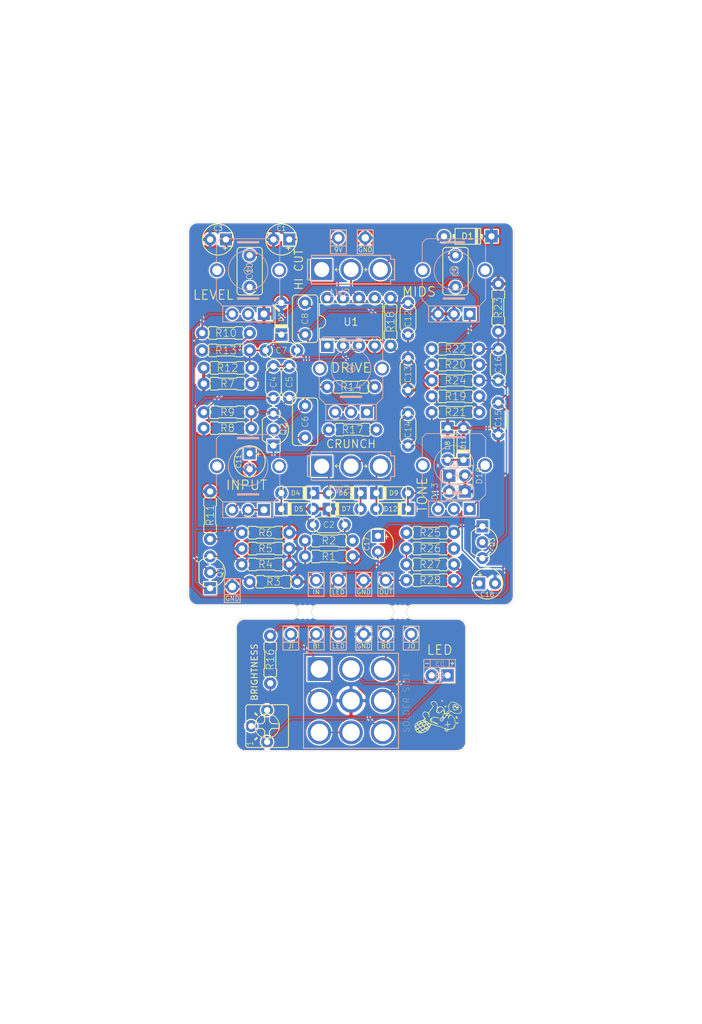
<source format=kicad_pcb>
(kicad_pcb (version 20171130) (host pcbnew "(5.1.6-0-10_14)")
  (layers (0 F.Cu signal) (31 B.Cu signal) (34 B.Paste user) (35 F.Paste user) (36 B.SilkS user) (37 F.SilkS user) (38 B.Mask user) (39 F.Mask user) (44 Edge.Cuts user))
  (net 0 "")
  (net 1 GND)
  (net 2 VCC)
  (net 3 "Net-(C2-Pad2)")
  (net 4 "Net-(C2-Pad1)")
  (net 5 VR)
  (net 6 "Net-(C4-Pad2)")
  (net 7 "Net-(C4-Pad1)")
  (net 8 "Net-(C5-Pad1)")
  (net 9 "Net-(C6-Pad1)")
  (net 10 "Net-(C7-Pad1)")
  (net 11 "Net-(C8-Pad2)")
  (net 12 "Net-(C10-Pad1)")
  (net 13 "Net-(C9-Pad2)")
  (net 14 "Net-(C10-Pad2)")
  (net 15 "Net-(C11-Pad1)")
  (net 16 "Net-(C12-Pad2)")
  (net 17 "Net-(C12-Pad1)")
  (net 18 "Net-(C14-Pad1)")
  (net 19 "Net-(C15-Pad2)")
  (net 20 "Net-(C16-Pad2)")
  (net 21 "Net-(C16-Pad1)")
  (net 22 "Net-(C17-Pad2)")
  (net 23 "Net-(C17-Pad1)")
  (net 24 "Net-(C18-Pad1)")
  (net 25 "Net-(D3-Pad2)")
  (net 26 "Net-(D3-Pad1)")
  (net 27 "Net-(D4-Pad1)")
  (net 28 "Net-(D4-Pad2)")
  (net 29 "Net-(D6-Pad1)")
  (net 30 "Net-(D11-Pad1)")
  (net 31 "Net-(D12-Pad2)")
  (net 32 "Net-(D10-Pad1)")
  (net 33 "Net-(H1-Pad1)")
  (net 34 "Net-(H6-Pad1)")
  (net 35 GND2)
  (net 36 "Net-(H8-Pad1)")
  (net 37 "Net-(H9-Pad1)")
  (net 38 "Net-(H10-Pad1)")
  (net 39 "Net-(H11-Pad1)")
  (net 40 "Net-(Q2-Pad1)")
  (net 41 "Net-(Q3-Pad2)")
  (net 42 "Net-(R11-Pad1)")
  (net 43 "Net-(R13-Pad1)")
  (net 44 "Net-(R14-Pad1)")
  (net 45 "Net-(R15-Pad3)")
  (net 46 "Net-(R17-Pad1)")
  (net 47 "Net-(R21-Pad2)")
  (net 48 "Net-(R22-Pad2)")
  (net 49 "Net-(RV3-Pad2)")
  (net 50 "Net-(S1-PadP$3)")
  (net 51 "Net-(U1-Pad8)")
  (net 52 "Net-(U1-Pad5)")
  (net 53 "Net-(U1-Pad1)")
  (module diodes:DO41-3 (layer F.Cu) (at 99.7585 64.262 180)
    (fp_text reference D1 (at 0.0508 0) (layer F.SilkS))
    (fp_text value 1N4007 hide)
    (pad 1 thru_hole rect (at -3.81 0 180) (size 2 2) (drill 1) (layers *.Cu *.Mask) (net 1 GND))
    (pad 2 thru_hole oval (at 3.81 0 180) (size 2 2) (drill 1) (layers *.Cu *.Mask) (net 2 VCC))
  )
  (module Panelization:mouse-bite-2mm-slot (layer F.Cu) (at 73.66 124.46)
    (fp_text reference mouse-bite-2mm-slot hide)
    (fp_text value VAL** hide)
    (pad "" np_thru_hole circle (at 0.75 0.75) (size 0.5 0.5) (drill 0.5) (layers *.Cu *.Mask))
    (pad "" np_thru_hole circle (at -0.75 0.75) (size 0.5 0.5) (drill 0.5) (layers *.Cu *.Mask))
    (pad "" np_thru_hole circle (at -0.75 -0.75) (size 0.5 0.5) (drill 0.5) (layers *.Cu *.Mask))
    (pad "" np_thru_hole circle (at 0.75 -0.75) (size 0.5 0.5) (drill 0.5) (layers *.Cu *.Mask))
    (pad "" np_thru_hole circle (at 0 0.75) (size 0.5 0.5) (drill 0.5) (layers *.Cu *.Mask))
    (pad "" np_thru_hole circle (at 0 -0.75) (size 0.5 0.5) (drill 0.5) (layers *.Cu *.Mask))
  )
  (module Panelization:mouse-bite-2mm-slot (layer F.Cu) (at 88.9 124.46)
    (fp_text reference mouse-bite-2mm-slot hide)
    (fp_text value VAL** hide)
    (pad "" np_thru_hole circle (at 0.75 0.75) (size 0.5 0.5) (drill 0.5) (layers *.Cu *.Mask))
    (pad "" np_thru_hole circle (at -0.75 0.75) (size 0.5 0.5) (drill 0.5) (layers *.Cu *.Mask))
    (pad "" np_thru_hole circle (at -0.75 -0.75) (size 0.5 0.5) (drill 0.5) (layers *.Cu *.Mask))
    (pad "" np_thru_hole circle (at 0.75 -0.75) (size 0.5 0.5) (drill 0.5) (layers *.Cu *.Mask))
    (pad "" np_thru_hole circle (at 0 0.75) (size 0.5 0.5) (drill 0.5) (layers *.Cu *.Mask))
    (pad "" np_thru_hole circle (at 0 -0.75) (size 0.5 0.5) (drill 0.5) (layers *.Cu *.Mask))
  )
  (module diodes:3MM_IO (layer F.Cu) (at 95.25 134.62 180)
    (fp_text reference D3 (at 0.762 2.286 180) (layer B.SilkS) (effects (font (size 0.77216 0.77216) (thickness 0.065024)) (justify right top mirror)))
    (fp_text value LED (at 0 4.064 180) (layer F.SilkS) (effects (font (size 1.524 1.524))))
    (pad 1 thru_hole oval (at 1.27 0 180) (size 2 2) (drill 1) (layers *.Cu *.Mask) (net 26 "Net-(D3-Pad1)"))
    (pad 2 thru_hole rect (at -1.27 0 180) (size 2 2) (drill 1) (layers *.Cu *.Mask) (net 25 "Net-(D3-Pad2)"))
  )
  (module logo:beaver (layer F.Cu) (at 94.996 141.224)
    (fp_text reference G*** hide)
    (fp_text value LOGO hide)
  )
  (module potentiometers:9MM_METAL_SHAFT (layer F.Cu) (at 64.516 108.092)
    (fp_text reference RV1 hide)
    (fp_text value INPUT (at -0.254 -3.952) (layer F.SilkS) (effects (font (size 1.524 1.524))))
    (pad "" thru_hole oval (at 5 -7) (size 2.25 2.25) (drill 1.5) (layers *.Cu *.Mask))
    (pad "" thru_hole oval (at -5 -7) (size 2.25 2.25) (drill 1.5) (layers *.Cu *.Mask))
    (pad 3 thru_hole oval (at -2.54 0) (size 1.9304 1.9304) (drill 1.1) (layers *.Cu *.Mask) (net 40 "Net-(Q2-Pad1)"))
    (pad 2 thru_hole oval (at 0 0) (size 1.9304 1.9304) (drill 1.1) (layers *.Cu *.Mask) (net 42 "Net-(R11-Pad1)"))
    (pad 1 thru_hole rect (at 2.54 0) (size 1.9304 1.9304) (drill 1.1) (layers *.Cu *.Mask) (net 42 "Net-(R11-Pad1)"))
  )
  (module potentiometers:9MM_METAL_SHAFT (layer F.Cu) (at 97.536 107.95)
    (fp_text reference RV3 hide)
    (fp_text value TONE (at -5.08 -2.286 90) (layer F.SilkS) (effects (font (size 1.524 1.524))))
    (pad "" thru_hole oval (at 5 -7) (size 2.25 2.25) (drill 1.5) (layers *.Cu *.Mask))
    (pad "" thru_hole oval (at -5 -7) (size 2.25 2.25) (drill 1.5) (layers *.Cu *.Mask))
    (pad 3 thru_hole oval (at -2.54 0) (size 1.9304 1.9304) (drill 1.1) (layers *.Cu *.Mask) (net 18 "Net-(C14-Pad1)"))
    (pad 2 thru_hole oval (at 0 0) (size 1.9304 1.9304) (drill 1.1) (layers *.Cu *.Mask) (net 49 "Net-(RV3-Pad2)"))
    (pad 1 thru_hole rect (at 2.54 0) (size 1.9304 1.9304) (drill 1.1) (layers *.Cu *.Mask) (net 19 "Net-(C15-Pad2)"))
  )
  (module enclosures:1590B (layer F.Cu) (at 81.026 108.458)
    (fp_text reference "" (at 0 0) (layer F.SilkS) (effects (font (size 1.524 1.524))))
    (fp_text value "" (at 0 0) (layer F.SilkS) (effects (font (size 1.524 1.524))))
  )
  (module integrated_circuits:DIP08 (layer F.Cu) (at 81.026 77.978)
    (fp_text reference U1 (at 0 0) (layer F.SilkS) (effects (font (size 1.2065 1.2065) (thickness 0.1524))))
    (fp_text value OPA604 hide)
    (pad 8 thru_hole oval (at -3.81 -3.81 90) (size 2 2) (drill 1) (layers *.Cu *.Mask) (net 51 "Net-(U1-Pad8)"))
    (pad 7 thru_hole oval (at -1.27 -3.81 90) (size 2 2) (drill 1) (layers *.Cu *.Mask) (net 2 VCC))
    (pad 6 thru_hole oval (at 1.27 -3.81 90) (size 2 2) (drill 1) (layers *.Cu *.Mask) (net 11 "Net-(C8-Pad2)"))
    (pad 5 thru_hole oval (at 3.81 -3.81 90) (size 2 2) (drill 1) (layers *.Cu *.Mask) (net 52 "Net-(U1-Pad5)"))
    (pad 4 thru_hole oval (at 3.81 3.81 90) (size 2 2) (drill 1) (layers *.Cu *.Mask) (net 1 GND))
    (pad 3 thru_hole oval (at 1.27 3.81 90) (size 2 2) (drill 1) (layers *.Cu *.Mask) (net 43 "Net-(R13-Pad1)"))
    (pad 2 thru_hole oval (at -1.27 3.81 90) (size 2 2) (drill 1) (layers *.Cu *.Mask) (net 44 "Net-(R14-Pad1)"))
    (pad 1 thru_hole rect (at -3.81 3.81 90) (size 2 2) (drill 1) (layers *.Cu *.Mask) (net 53 "Net-(U1-Pad1)"))
  )
  (module switches:SPDT.LUGS (layer F.Cu) (at 81.026 101.092 90)
    (fp_text reference SW2 (at -3.048 0 180) (layer B.SilkS) (effects (font (size 1.2065 1.2065) (thickness 0.127)) (justify left top mirror)))
    (fp_text value CRUNCH (at 3.556 0 180) (layer F.SilkS) (effects (font (size 1.3 1.3))))
    (pad 3 thru_hole oval (at 0 4.699 90) (size 3.416 3.416) (drill 2.4) (layers *.Cu *.Mask) (net 31 "Net-(D12-Pad2)"))
    (pad 2 thru_hole oval (at 0 0 90) (size 3.416 3.416) (drill 2.4) (layers *.Cu *.Mask) (net 17 "Net-(C12-Pad1)"))
    (pad 1 thru_hole rect (at 0 -4.699 90) (size 3.416 3.416) (drill 2.4) (layers *.Cu *.Mask) (net 27 "Net-(D4-Pad1)"))
  )
  (module switches:SPDT.LUGS (layer F.Cu) (at 81.026 69.596 90)
    (fp_text reference SW1 (at -3.048 0 180) (layer B.SilkS) (effects (font (size 1.2065 1.2065) (thickness 0.127)) (justify left top mirror)))
    (fp_text value "HI CUT" (at 0 -8.382 90) (layer F.SilkS) (effects (font (size 1.3 1.3))))
    (pad 3 thru_hole oval (at 0 4.699 90) (size 3.416 3.416) (drill 2.4) (layers *.Cu *.Mask) (net 13 "Net-(C9-Pad2)"))
    (pad 2 thru_hole oval (at 0 0 90) (size 3.416 3.416) (drill 2.4) (layers *.Cu *.Mask) (net 11 "Net-(C8-Pad2)"))
    (pad 1 thru_hole rect (at 0 -4.699 90) (size 3.416 3.416) (drill 2.4) (layers *.Cu *.Mask) (net 14 "Net-(C10-Pad2)"))
  )
  (module SparkFun-Electromechanical:3PDT.LUGS.SPF (layer F.Cu) (at 81.026 138.684)
    (fp_text reference S1 hide)
    (fp_text value SWITCH-3PDT hide)
    (fp_text user "SOLDER SIDE" (at 8.89 0.254 270) (layer F.SilkS) (effects (font (thickness 0.032512))))
    (pad P$1 thru_hole rect (at -5.08 -5.08 180) (size 3.816 3.816) (drill 2.8) (layers *.Cu *.Mask) (net 37 "Net-(H9-Pad1)"))
    (pad P$2 thru_hole oval (at -5.08 0 180) (size 3.816 3.816) (drill 2.8) (layers *.Cu *.Mask) (net 34 "Net-(H6-Pad1)"))
    (pad P$3 thru_hole oval (at -5.08 5.08 180) (size 3.816 3.816) (drill 2.8) (layers *.Cu *.Mask) (net 50 "Net-(S1-PadP$3)"))
    (pad P$4 thru_hole oval (at 0 -5.08 180) (size 3.816 3.816) (drill 2.8) (layers *.Cu *.Mask) (net 26 "Net-(D3-Pad1)"))
    (pad P$5 thru_hole oval (at 0 0 180) (size 3.816 3.816) (drill 2.8) (layers *.Cu *.Mask) (net 35 GND2))
    (pad P$6 thru_hole oval (at 0 5.08 180) (size 3.816 3.816) (drill 2.8) (layers *.Cu *.Mask) (net 50 "Net-(S1-PadP$3)"))
    (pad P$7 thru_hole oval (at 5.08 -5.08 180) (size 3.816 3.816) (drill 2.8) (layers *.Cu *.Mask) (net 38 "Net-(H10-Pad1)"))
    (pad P$8 thru_hole oval (at 5.08 0 180) (size 3.816 3.816) (drill 2.8) (layers *.Cu *.Mask) (net 36 "Net-(H8-Pad1)"))
    (pad P$9 thru_hole oval (at 5.08 5.08 180) (size 3.816 3.816) (drill 2.8) (layers *.Cu *.Mask) (net 37 "Net-(H9-Pad1)"))
  )
  (module potentiometers:9MM_METAL_SHAFT (layer F.Cu) (at 64.516 76.708)
    (fp_text reference RV5 hide)
    (fp_text value LEVEL (at -5.588 -3.048) (layer F.SilkS) (effects (font (size 1.524 1.524))))
    (pad "" thru_hole oval (at 5 -7) (size 2.25 2.25) (drill 1.5) (layers *.Cu *.Mask))
    (pad "" thru_hole oval (at -5 -7) (size 2.25 2.25) (drill 1.5) (layers *.Cu *.Mask))
    (pad 3 thru_hole oval (at -2.54 0) (size 1.9304 1.9304) (drill 1.1) (layers *.Cu *.Mask) (net 49 "Net-(RV3-Pad2)"))
    (pad 2 thru_hole oval (at 0 0) (size 1.9304 1.9304) (drill 1.1) (layers *.Cu *.Mask) (net 48 "Net-(R22-Pad2)"))
    (pad 1 thru_hole rect (at 2.54 0) (size 1.9304 1.9304) (drill 1.1) (layers *.Cu *.Mask) (net 5 VR))
  )
  (module potentiometers:9MM_METAL_SHAFT (layer F.Cu) (at 97.536 76.708)
    (fp_text reference RV4 hide)
    (fp_text value MIDS (at -5.588 -3.556) (layer F.SilkS) (effects (font (size 1.524 1.524))))
    (pad "" thru_hole oval (at 5 -7) (size 2.25 2.25) (drill 1.5) (layers *.Cu *.Mask))
    (pad "" thru_hole oval (at -5 -7) (size 2.25 2.25) (drill 1.5) (layers *.Cu *.Mask))
    (pad 3 thru_hole oval (at -2.54 0) (size 1.9304 1.9304) (drill 1.1) (layers *.Cu *.Mask) (net 5 VR))
    (pad 2 thru_hole oval (at 0 0) (size 1.9304 1.9304) (drill 1.1) (layers *.Cu *.Mask) (net 5 VR))
    (pad 1 thru_hole rect (at 2.54 0) (size 1.9304 1.9304) (drill 1.1) (layers *.Cu *.Mask) (net 47 "Net-(R21-Pad2)"))
  )
  (module potentiometers:9MM_METAL_SHAFT (layer F.Cu) (at 81.026 92.456)
    (fp_text reference RV2 hide)
    (fp_text value DRIVE (at 0 -7.112) (layer F.SilkS) (effects (font (size 1.524 1.524))))
    (pad "" thru_hole oval (at 5 -7) (size 2.25 2.25) (drill 1.5) (layers *.Cu *.Mask))
    (pad "" thru_hole oval (at -5 -7) (size 2.25 2.25) (drill 1.5) (layers *.Cu *.Mask))
    (pad 3 thru_hole oval (at -2.54 0) (size 1.9304 1.9304) (drill 1.1) (layers *.Cu *.Mask) (net 46 "Net-(R17-Pad1)"))
    (pad 2 thru_hole oval (at 0 0) (size 1.9304 1.9304) (drill 1.1) (layers *.Cu *.Mask) (net 12 "Net-(C10-Pad1)"))
    (pad 1 thru_hole rect (at 2.54 0) (size 1.9304 1.9304) (drill 1.1) (layers *.Cu *.Mask) (net 11 "Net-(C8-Pad2)"))
  )
  (module resistors:0.3%22.B (layer F.Cu) (at 93.726 119.38)
    (fp_text reference R28 (at 0 0) (layer F.SilkS) (effects (font (size 1.2065 1.2065) (thickness 0.1016))))
    (fp_text value 100k hide)
    (pad 2 thru_hole oval (at 3.81 0) (size 2 2) (drill 1) (layers *.Cu *.Mask) (net 1 GND))
    (pad 1 thru_hole oval (at -3.81 0) (size 2 2) (drill 1) (layers *.Cu *.Mask) (net 22 "Net-(C17-Pad2)"))
  )
  (module resistors:0.3%22.B (layer F.Cu) (at 93.726 116.84)
    (fp_text reference R27 (at 0 0) (layer F.SilkS) (effects (font (size 1.2065 1.2065) (thickness 0.1016))))
    (fp_text value 12k hide)
    (pad 2 thru_hole oval (at 3.81 0) (size 2 2) (drill 1) (layers *.Cu *.Mask) (net 24 "Net-(C18-Pad1)"))
    (pad 1 thru_hole oval (at -3.81 0) (size 2 2) (drill 1) (layers *.Cu *.Mask) (net 41 "Net-(Q3-Pad2)"))
  )
  (module resistors:0.3%22.B (layer F.Cu) (at 93.726 114.3)
    (fp_text reference R26 (at 0 0) (layer F.SilkS) (effects (font (size 1.2065 1.2065) (thickness 0.1016))))
    (fp_text value 12k hide)
    (pad 2 thru_hole oval (at 3.81 0) (size 2 2) (drill 1) (layers *.Cu *.Mask) (net 1 GND))
    (pad 1 thru_hole oval (at -3.81 0) (size 2 2) (drill 1) (layers *.Cu *.Mask) (net 41 "Net-(Q3-Pad2)"))
  )
  (module resistors:0.3%22.B (layer F.Cu) (at 93.726 111.76)
    (fp_text reference R25 (at 0 0) (layer F.SilkS) (effects (font (size 1.2065 1.2065) (thickness 0.1016))))
    (fp_text value 10k hide)
    (pad 2 thru_hole oval (at 3.81 0) (size 2 2) (drill 1) (layers *.Cu *.Mask) (net 23 "Net-(C17-Pad1)"))
    (pad 1 thru_hole oval (at -3.81 0) (size 2 2) (drill 1) (layers *.Cu *.Mask) (net 2 VCC))
  )
  (module resistors:0.3%22.B (layer F.Cu) (at 97.79 87.376 180)
    (fp_text reference R24 (at 0 0) (layer F.SilkS) (effects (font (size 1.2065 1.2065) (thickness 0.1016))))
    (fp_text value 1M hide)
    (pad 2 thru_hole oval (at 3.81 0 180) (size 2 2) (drill 1) (layers *.Cu *.Mask) (net 1 GND))
    (pad 1 thru_hole oval (at -3.81 0 180) (size 2 2) (drill 1) (layers *.Cu *.Mask) (net 21 "Net-(C16-Pad1)"))
  )
  (module resistors:0.3%22.B (layer F.Cu) (at 104.648 75.692 90)
    (fp_text reference R23 (at 0 0 90) (layer F.SilkS) (effects (font (size 1.2065 1.2065) (thickness 0.1016))))
    (fp_text value 1M hide)
    (pad 2 thru_hole oval (at 3.81 0 90) (size 2 2) (drill 1) (layers *.Cu *.Mask) (net 5 VR))
    (pad 1 thru_hole oval (at -3.81 0 90) (size 2 2) (drill 1) (layers *.Cu *.Mask) (net 20 "Net-(C16-Pad2)"))
  )
  (module resistors:0.3%22.B (layer F.Cu) (at 97.79 82.296 180)
    (fp_text reference R22 (at 0 0) (layer F.SilkS) (effects (font (size 1.2065 1.2065) (thickness 0.1016))))
    (fp_text value 10k hide)
    (pad 2 thru_hole oval (at 3.81 0 180) (size 2 2) (drill 1) (layers *.Cu *.Mask) (net 48 "Net-(R22-Pad2)"))
    (pad 1 thru_hole oval (at -3.81 0 180) (size 2 2) (drill 1) (layers *.Cu *.Mask) (net 20 "Net-(C16-Pad2)"))
  )
  (module resistors:0.3%22.B (layer F.Cu) (at 97.79 92.456)
    (fp_text reference R21 (at 0 0) (layer F.SilkS) (effects (font (size 1.2065 1.2065) (thickness 0.1016))))
    (fp_text value 4k7 hide)
    (pad 2 thru_hole oval (at 3.81 0) (size 2 2) (drill 1) (layers *.Cu *.Mask) (net 47 "Net-(R21-Pad2)"))
    (pad 1 thru_hole oval (at -3.81 0) (size 2 2) (drill 1) (layers *.Cu *.Mask) (net 18 "Net-(C14-Pad1)"))
  )
  (module resistors:0.3%22.B (layer F.Cu) (at 97.79 84.836 180)
    (fp_text reference R20 (at 0 0) (layer F.SilkS) (effects (font (size 1.2065 1.2065) (thickness 0.1016))))
    (fp_text value 4k7 hide)
    (pad 2 thru_hole oval (at 3.81 0 180) (size 2 2) (drill 1) (layers *.Cu *.Mask) (net 17 "Net-(C12-Pad1)"))
    (pad 1 thru_hole oval (at -3.81 0 180) (size 2 2) (drill 1) (layers *.Cu *.Mask) (net 19 "Net-(C15-Pad2)"))
  )
  (module resistors:0.3%22.B (layer F.Cu) (at 97.79 89.916)
    (fp_text reference R19 (at 0 0) (layer F.SilkS) (effects (font (size 1.2065 1.2065) (thickness 0.1016))))
    (fp_text value 470R hide)
    (pad 2 thru_hole oval (at 3.81 0) (size 2 2) (drill 1) (layers *.Cu *.Mask) (net 30 "Net-(D11-Pad1)"))
    (pad 1 thru_hole oval (at -3.81 0) (size 2 2) (drill 1) (layers *.Cu *.Mask) (net 32 "Net-(D10-Pad1)"))
  )
  (module resistors:0.3%22.B (layer F.Cu) (at 87.376 77.978 270)
    (fp_text reference R18 (at 0 0 90) (layer F.SilkS) (effects (font (size 1.2065 1.2065) (thickness 0.1016))))
    (fp_text value 2k2 hide)
    (pad 2 thru_hole oval (at 3.81 0 270) (size 2 2) (drill 1) (layers *.Cu *.Mask) (net 11 "Net-(C8-Pad2)"))
    (pad 1 thru_hole oval (at -3.81 0 270) (size 2 2) (drill 1) (layers *.Cu *.Mask) (net 16 "Net-(C12-Pad2)"))
  )
  (module resistors:0.3%22.B (layer F.Cu) (at 81.28 95.25 180)
    (fp_text reference R17 (at 0 0) (layer F.SilkS) (effects (font (size 1.2065 1.2065) (thickness 0.1016))))
    (fp_text value 4k7 hide)
    (pad 2 thru_hole oval (at 3.81 0 180) (size 2 2) (drill 1) (layers *.Cu *.Mask) (net 15 "Net-(C11-Pad1)"))
    (pad 1 thru_hole oval (at -3.81 0 180) (size 2 2) (drill 1) (layers *.Cu *.Mask) (net 46 "Net-(R17-Pad1)"))
  )
  (module resistors:0.3%22.B (layer F.Cu) (at 68.072 132.08 270)
    (fp_text reference R16 (at 0 0 90) (layer F.SilkS) (effects (font (size 1.2065 1.2065) (thickness 0.1016))))
    (fp_text value 1k hide)
    (pad 2 thru_hole oval (at 3.81 0 270) (size 2 2) (drill 1) (layers *.Cu *.Mask) (net 45 "Net-(R15-Pad3)"))
    (pad 1 thru_hole oval (at -3.81 0 270) (size 2 2) (drill 1) (layers *.Cu *.Mask) (net 39 "Net-(H11-Pad1)"))
  )
  (module potentiometers:TRIM1 (layer F.Cu) (at 67.564 142.748 90)
    (fp_text reference R15 hide)
    (fp_text value BRIGHTNESS (at 8.636 -2.032 90) (layer F.SilkS))
    (fp_text user 1 (at -3.302 -2.159 90) (layer F.SilkS) (effects (font (size 0.9652 0.9652) (thickness 0.08128)) (justify left bottom)))
    (pad 3 thru_hole oval (at 2.54 0 90) (size 1.9304 1.9304) (drill 1) (layers *.Cu *.Mask) (net 45 "Net-(R15-Pad3)"))
    (pad 2 thru_hole oval (at 0 -2.54 90) (size 1.9304 1.9304) (drill 1) (layers *.Cu *.Mask) (net 25 "Net-(D3-Pad2)"))
    (pad 1 thru_hole oval (at -2.54 0 90) (size 1.9304 1.9304) (drill 1) (layers *.Cu *.Mask) (net 25 "Net-(D3-Pad2)"))
  )
  (module resistors:0.3%22.B (layer F.Cu) (at 81.026 88.392 180)
    (fp_text reference R14 (at 0 0) (layer F.SilkS) (effects (font (size 1.2065 1.2065) (thickness 0.1016))))
    (fp_text value 100k hide)
    (pad 2 thru_hole oval (at 3.81 0 180) (size 2 2) (drill 1) (layers *.Cu *.Mask) (net 12 "Net-(C10-Pad1)"))
    (pad 1 thru_hole oval (at -3.81 0 180) (size 2 2) (drill 1) (layers *.Cu *.Mask) (net 44 "Net-(R14-Pad1)"))
  )
  (module resistors:0.3%22.B (layer F.Cu) (at 60.96 82.55)
    (fp_text reference R13 (at 0 0) (layer F.SilkS) (effects (font (size 1.2065 1.2065) (thickness 0.1016))))
    (fp_text value 47k hide)
    (pad 2 thru_hole oval (at 3.81 0) (size 2 2) (drill 1) (layers *.Cu *.Mask) (net 10 "Net-(C7-Pad1)"))
    (pad 1 thru_hole oval (at -3.81 0) (size 2 2) (drill 1) (layers *.Cu *.Mask) (net 43 "Net-(R13-Pad1)"))
  )
  (module resistors:0.3%22.B (layer F.Cu) (at 61.214 85.344)
    (fp_text reference R12 (at 0 0) (layer F.SilkS) (effects (font (size 1.2065 1.2065) (thickness 0.1016))))
    (fp_text value 100k hide)
    (pad 2 thru_hole oval (at 3.81 0) (size 2 2) (drill 1) (layers *.Cu *.Mask) (net 10 "Net-(C7-Pad1)"))
    (pad 1 thru_hole oval (at -3.81 0) (size 2 2) (drill 1) (layers *.Cu *.Mask) (net 5 VR))
  )
  (module resistors:0.3%22.B (layer F.Cu) (at 58.42 108.966 90)
    (fp_text reference R11 (at 0 0 90) (layer F.SilkS) (effects (font (size 1.2065 1.2065) (thickness 0.1016))))
    (fp_text value 22R hide)
    (pad 2 thru_hole oval (at 3.81 0 90) (size 2 2) (drill 1) (layers *.Cu *.Mask) (net 1 GND))
    (pad 1 thru_hole oval (at -3.81 0 90) (size 2 2) (drill 1) (layers *.Cu *.Mask) (net 42 "Net-(R11-Pad1)"))
  )
  (module resistors:0.3%22.B (layer F.Cu) (at 60.96 79.756)
    (fp_text reference R10 (at 0 0) (layer F.SilkS) (effects (font (size 1.2065 1.2065) (thickness 0.1016))))
    (fp_text value 10k hide)
    (pad 2 thru_hole oval (at 3.81 0) (size 2 2) (drill 1) (layers *.Cu *.Mask) (net 9 "Net-(C6-Pad1)"))
    (pad 1 thru_hole oval (at -3.81 0) (size 2 2) (drill 1) (layers *.Cu *.Mask) (net 2 VCC))
  )
  (module resistors:0.3%22.B (layer F.Cu) (at 61.214 92.456)
    (fp_text reference R9 (at 0 0) (layer F.SilkS) (effects (font (size 1.2065 1.2065) (thickness 0.1016))))
    (fp_text value 470k hide)
    (pad 2 thru_hole oval (at 3.81 0) (size 2 2) (drill 1) (layers *.Cu *.Mask) (net 8 "Net-(C5-Pad1)"))
    (pad 1 thru_hole oval (at -3.81 0) (size 2 2) (drill 1) (layers *.Cu *.Mask) (net 9 "Net-(C6-Pad1)"))
  )
  (module resistors:0.3%22.B (layer F.Cu) (at 61.214 94.996)
    (fp_text reference R8 (at 0 0) (layer F.SilkS) (effects (font (size 1.2065 1.2065) (thickness 0.1016))))
    (fp_text value 100k hide)
    (pad 2 thru_hole oval (at 3.81 0) (size 2 2) (drill 1) (layers *.Cu *.Mask) (net 8 "Net-(C5-Pad1)"))
    (pad 1 thru_hole oval (at -3.81 0) (size 2 2) (drill 1) (layers *.Cu *.Mask) (net 1 GND))
  )
  (module resistors:0.3%22.B (layer F.Cu) (at 61.214 87.884)
    (fp_text reference R7 (at 0 0) (layer F.SilkS) (effects (font (size 1.2065 1.2065) (thickness 0.1016))))
    (fp_text value 100k hide)
    (pad 2 thru_hole oval (at 3.81 0) (size 2 2) (drill 1) (layers *.Cu *.Mask) (net 7 "Net-(C4-Pad1)"))
    (pad 1 thru_hole oval (at -3.81 0) (size 2 2) (drill 1) (layers *.Cu *.Mask) (net 5 VR))
  )
  (module resistors:0.3%22.B (layer F.Cu) (at 67.31 111.76)
    (fp_text reference R6 (at 0 0) (layer F.SilkS) (effects (font (size 1.2065 1.2065) (thickness 0.1016))))
    (fp_text value 10k hide)
    (pad 2 thru_hole oval (at 3.81 0) (size 2 2) (drill 1) (layers *.Cu *.Mask) (net 1 GND))
    (pad 1 thru_hole oval (at -3.81 0) (size 2 2) (drill 1) (layers *.Cu *.Mask) (net 6 "Net-(C4-Pad2)"))
  )
  (module resistors:0.3%22.B (layer F.Cu) (at 67.31 114.3 180)
    (fp_text reference R5 (at 0 0) (layer F.SilkS) (effects (font (size 1.2065 1.2065) (thickness 0.1016))))
    (fp_text value 10k hide)
    (pad 2 thru_hole oval (at 3.81 0 180) (size 2 2) (drill 1) (layers *.Cu *.Mask) (net 1 GND))
    (pad 1 thru_hole oval (at -3.81 0 180) (size 2 2) (drill 1) (layers *.Cu *.Mask) (net 5 VR))
  )
  (module resistors:0.3%22.B (layer F.Cu) (at 67.31 116.84 180)
    (fp_text reference R4 (at 0 0) (layer F.SilkS) (effects (font (size 1.2065 1.2065) (thickness 0.1016))))
    (fp_text value 470k hide)
    (pad 2 thru_hole oval (at 3.81 0 180) (size 2 2) (drill 1) (layers *.Cu *.Mask) (net 4 "Net-(C2-Pad1)"))
    (pad 1 thru_hole oval (at -3.81 0 180) (size 2 2) (drill 1) (layers *.Cu *.Mask) (net 5 VR))
  )
  (module resistors:0.3%22.B (layer F.Cu) (at 68.58 119.634 180)
    (fp_text reference R3 (at 0 0) (layer F.SilkS) (effects (font (size 1.2065 1.2065) (thickness 0.1016))))
    (fp_text value 10k hide)
    (pad 2 thru_hole oval (at 3.81 0 180) (size 2 2) (drill 1) (layers *.Cu *.Mask) (net 2 VCC))
    (pad 1 thru_hole oval (at -3.81 0 180) (size 2 2) (drill 1) (layers *.Cu *.Mask) (net 5 VR))
  )
  (module resistors:0.3%22.B (layer F.Cu) (at 77.47 113.03 180)
    (fp_text reference R2 (at 0 0) (layer F.SilkS) (effects (font (size 1.2065 1.2065) (thickness 0.1016))))
    (fp_text value 1k hide)
    (pad 2 thru_hole oval (at 3.81 0 180) (size 2 2) (drill 1) (layers *.Cu *.Mask) (net 33 "Net-(H1-Pad1)"))
    (pad 1 thru_hole oval (at -3.81 0 180) (size 2 2) (drill 1) (layers *.Cu *.Mask) (net 3 "Net-(C2-Pad2)"))
  )
  (module resistors:0.3%22.B (layer F.Cu) (at 77.47 115.57)
    (fp_text reference R1 (at 0 0) (layer F.SilkS) (effects (font (size 1.2065 1.2065) (thickness 0.1016))))
    (fp_text value 2M2 hide)
    (pad 2 thru_hole oval (at 3.81 0) (size 2 2) (drill 1) (layers *.Cu *.Mask) (net 1 GND))
    (pad 1 thru_hole oval (at -3.81 0) (size 2 2) (drill 1) (layers *.Cu *.Mask) (net 33 "Net-(H1-Pad1)"))
  )
  (module transistors-FET:TO92 (layer F.Cu) (at 102.108 113.284 270)
    (fp_text reference Q3 (at 0 -1.5875 90) (layer F.SilkS) (effects (font (size 0.75 0.75) (thickness 0.1))))
    (fp_text value 2N5457 hide)
    (pad 1 thru_hole rect (at -2.54 0 270) (size 1.9304 1.9304) (drill 1) (layers *.Cu *.Mask) (net 23 "Net-(C17-Pad1)"))
    (pad 2 thru_hole oval (at 0 0 270) (size 1.9304 1.9304) (drill 1) (layers *.Cu *.Mask) (net 41 "Net-(Q3-Pad2)"))
    (pad 3 thru_hole oval (at 2.54 0 270) (size 1.9304 1.9304) (drill 1) (layers *.Cu *.Mask) (net 21 "Net-(C16-Pad1)"))
  )
  (module transistors-BJT:TO92 (layer F.Cu) (at 68.58 95.25 90)
    (fp_text reference Q2 (at 1.143 1.016 90) (layer F.SilkS) (effects (font (thickness 0.1)) (justify right top)))
    (fp_text value KSC945 hide)
    (pad 3 thru_hole oval (at 2.54 0 270) (size 1.9304 1.9304) (drill 1) (layers *.Cu *.Mask) (net 8 "Net-(C5-Pad1)"))
    (pad 2 thru_hole oval (at 0 0 270) (size 1.9304 1.9304) (drill 1) (layers *.Cu *.Mask) (net 9 "Net-(C6-Pad1)"))
    (pad 1 thru_hole rect (at -2.54 0 270) (size 1.9304 1.9304) (drill 1) (layers *.Cu *.Mask) (net 40 "Net-(Q2-Pad1)"))
  )
  (module transistors-BJT:TO92 (layer F.Cu) (at 58.42 118.11 90)
    (fp_text reference Q1 (at 1.143 1.016 90) (layer F.SilkS) (effects (font (thickness 0.1)) (justify right top)))
    (fp_text value KSC945 hide)
    (pad 3 thru_hole oval (at 2.54 0 270) (size 1.9304 1.9304) (drill 1) (layers *.Cu *.Mask) (net 4 "Net-(C2-Pad1)"))
    (pad 2 thru_hole oval (at 0 0 270) (size 1.9304 1.9304) (drill 1) (layers *.Cu *.Mask) (net 2 VCC))
    (pad 1 thru_hole rect (at -2.54 0 270) (size 1.9304 1.9304) (drill 1) (layers *.Cu *.Mask) (net 6 "Net-(C4-Pad2)"))
  )
  (module supply_pins:PAD1 (layer F.Cu) (at 83.058 119.38)
    (fp_text reference H13 hide)
    (fp_text value GND (at 0 1.905) (layer F.SilkS) (effects (font (size 0.75 0.75) (thickness 0.1))))
    (pad 1 thru_hole oval (at 0 0) (size 2.032 2.032) (drill 1.2) (layers *.Cu *.Mask) (net 1 GND))
  )
  (module supply_pins:PAD1 (layer F.Cu) (at 86.614 119.38)
    (fp_text reference H12 hide)
    (fp_text value OUT (at 0 1.905) (layer F.SilkS) (effects (font (size 0.75 0.75) (thickness 0.1))))
    (pad 1 thru_hole oval (at 0 0) (size 2.032 2.032) (drill 1.2) (layers *.Cu *.Mask) (net 22 "Net-(C17-Pad2)"))
  )
  (module supply_pins:PAD1 (layer F.Cu) (at 78.994 128.016)
    (fp_text reference H11 hide)
    (fp_text value LED (at 0 1.905) (layer F.SilkS) (effects (font (size 0.75 0.75) (thickness 0.1))))
    (pad 1 thru_hole oval (at 0 0) (size 2.032 2.032) (drill 1.2) (layers *.Cu *.Mask) (net 39 "Net-(H11-Pad1)"))
  )
  (module supply_pins:PAD1 (layer F.Cu) (at 86.614 128.016)
    (fp_text reference H10 hide)
    (fp_text value BO (at 0 1.905) (layer F.SilkS) (effects (font (size 0.75 0.75) (thickness 0.1))))
    (pad 1 thru_hole oval (at 0 0) (size 2.032 2.032) (drill 1.2) (layers *.Cu *.Mask) (net 38 "Net-(H10-Pad1)"))
  )
  (module supply_pins:PAD1 (layer F.Cu) (at 71.374 128.016)
    (fp_text reference H9 hide)
    (fp_text value JI (at 0 1.905) (layer F.SilkS) (effects (font (size 0.75 0.75) (thickness 0.1))))
    (pad 1 thru_hole oval (at 0 0) (size 2.032 2.032) (drill 1.2) (layers *.Cu *.Mask) (net 37 "Net-(H9-Pad1)"))
  )
  (module supply_pins:PAD1 (layer F.Cu) (at 90.678 128.016)
    (fp_text reference H8 hide)
    (fp_text value JO (at 0 1.905) (layer F.SilkS) (effects (font (size 0.75 0.75) (thickness 0.1))))
    (pad 1 thru_hole oval (at 0 0) (size 2.032 2.032) (drill 1.2) (layers *.Cu *.Mask) (net 36 "Net-(H8-Pad1)"))
  )
  (module supply_pins:PAD1 (layer F.Cu) (at 83.058 128.016)
    (fp_text reference H7 hide)
    (fp_text value GND (at 0 1.905) (layer F.SilkS) (effects (font (size 0.75 0.75) (thickness 0.1))))
    (pad 1 thru_hole oval (at 0 0) (size 2.032 2.032) (drill 1.2) (layers *.Cu *.Mask) (net 35 GND2))
  )
  (module supply_pins:PAD1 (layer F.Cu) (at 75.438 128.016)
    (fp_text reference H6 hide)
    (fp_text value BI (at 0 1.905) (layer F.SilkS) (effects (font (size 0.75 0.75) (thickness 0.1))))
    (pad 1 thru_hole oval (at 0 0) (size 2.032 2.032) (drill 1.2) (layers *.Cu *.Mask) (net 34 "Net-(H6-Pad1)"))
  )
  (module supply_pins:PAD1 (layer F.Cu) (at 78.994 119.38)
    (fp_text reference H5 hide)
    (fp_text value LED (at 0 1.905) (layer F.SilkS) (effects (font (size 0.75 0.75) (thickness 0.1))))
    (pad 1 thru_hole oval (at 0 0) (size 2.032 2.032) (drill 1.2) (layers *.Cu *.Mask) (net 2 VCC))
  )
  (module supply_pins:PAD1 (layer F.Cu) (at 61.976 120.396)
    (fp_text reference H4 hide)
    (fp_text value GND (at 0 1.905) (layer F.SilkS) (effects (font (size 0.75 0.75) (thickness 0.1))))
    (pad 1 thru_hole oval (at 0 0) (size 2.032 2.032) (drill 1.2) (layers *.Cu *.Mask) (net 1 GND))
  )
  (module supply_pins:PAD1 (layer F.Cu) (at 78.994 64.516)
    (fp_text reference H3 hide)
    (fp_text value 9V (at 0 1.905) (layer F.SilkS) (effects (font (size 0.75 0.75) (thickness 0.1))))
    (pad 1 thru_hole oval (at 0 0) (size 2.032 2.032) (drill 1.2) (layers *.Cu *.Mask) (net 2 VCC))
  )
  (module supply_pins:PAD1 (layer F.Cu) (at 83.312 64.516)
    (fp_text reference H2 hide)
    (fp_text value GND (at 0 1.905) (layer F.SilkS) (effects (font (size 0.75 0.75) (thickness 0.1))))
    (pad 1 thru_hole oval (at 0 0) (size 2.032 2.032) (drill 1.2) (layers *.Cu *.Mask) (net 1 GND))
  )
  (module supply_pins:PAD1 (layer F.Cu) (at 75.438 119.38)
    (fp_text reference H1 hide)
    (fp_text value IN (at 0 1.905) (layer F.SilkS) (effects (font (size 0.75 0.75) (thickness 0.1))))
    (pad 1 thru_hole oval (at 0 0) (size 2.032 2.032) (drill 1.2) (layers *.Cu *.Mask) (net 33 "Net-(H1-Pad1)"))
  )
  (module diodes:3MM_1 (layer F.Cu) (at 98.044 105.156 180)
    (fp_text reference D13 (at 3.556 0 90) (layer F.SilkS) (effects (font (size 0.9652 0.9652) (thickness 0.08128))))
    (fp_text value LED3MM hide)
    (pad 2 thru_hole oval (at 1.27 0 180) (size 2 2) (drill 1) (layers *.Cu *.Mask) (net 32 "Net-(D10-Pad1)"))
    (pad 1 thru_hole rect (at -1.27 0 180) (size 2 2) (drill 1) (layers *.Cu *.Mask) (net 5 VR))
  )
  (module diodes:DO35-2 (layer F.Cu) (at 87.63 107.95 180)
    (fp_text reference D12 (at 0.254 0) (layer F.SilkS) (effects (font (size 0.75 0.75) (thickness 0.1))))
    (fp_text value 1N34A hide)
    (pad 1 thru_hole rect (at -2.54 0 180) (size 2 2) (drill 1) (layers *.Cu *.Mask) (net 32 "Net-(D10-Pad1)"))
    (pad 2 thru_hole oval (at 2.54 0 180) (size 2 2) (drill 1) (layers *.Cu *.Mask) (net 31 "Net-(D12-Pad2)"))
  )
  (module diodes:DO35-2 (layer F.Cu) (at 99.06 97.536 90)
    (fp_text reference D11 (at 0.254 0 90) (layer F.SilkS) (effects (font (size 0.75 0.75) (thickness 0.1))))
    (fp_text value 1N914 hide)
    (pad 1 thru_hole rect (at -2.54 0 90) (size 2 2) (drill 1) (layers *.Cu *.Mask) (net 30 "Net-(D11-Pad1)"))
    (pad 2 thru_hole oval (at 2.54 0 90) (size 2 2) (drill 1) (layers *.Cu *.Mask) (net 5 VR))
  )
  (module diodes:3MM_1 (layer F.Cu) (at 98.044 102.616)
    (fp_text reference D10 (at 3.556 0 270) (layer F.SilkS) (effects (font (size 0.9652 0.9652) (thickness 0.08128))))
    (fp_text value LED3MM hide)
    (pad 2 thru_hole oval (at 1.27 0) (size 2 2) (drill 1) (layers *.Cu *.Mask) (net 5 VR))
    (pad 1 thru_hole rect (at -1.27 0) (size 2 2) (drill 1) (layers *.Cu *.Mask) (net 32 "Net-(D10-Pad1)"))
  )
  (module diodes:DO35-2 (layer F.Cu) (at 87.63 105.41)
    (fp_text reference D9 (at 0.254 0) (layer F.SilkS) (effects (font (size 0.75 0.75) (thickness 0.1))))
    (fp_text value 1N34A hide)
    (pad 1 thru_hole rect (at -2.54 0) (size 2 2) (drill 1) (layers *.Cu *.Mask) (net 31 "Net-(D12-Pad2)"))
    (pad 2 thru_hole oval (at 2.54 0) (size 2 2) (drill 1) (layers *.Cu *.Mask) (net 32 "Net-(D10-Pad1)"))
  )
  (module diodes:DO35-2 (layer F.Cu) (at 96.52 97.536 270)
    (fp_text reference D8 (at 0.254 0 90) (layer F.SilkS) (effects (font (size 0.75 0.75) (thickness 0.1))))
    (fp_text value 1N914 hide)
    (pad 1 thru_hole rect (at -2.54 0 270) (size 2 2) (drill 1) (layers *.Cu *.Mask) (net 5 VR))
    (pad 2 thru_hole oval (at 2.54 0 270) (size 2 2) (drill 1) (layers *.Cu *.Mask) (net 30 "Net-(D11-Pad1)"))
  )
  (module diodes:DO35-2 (layer F.Cu) (at 80.01 107.95)
    (fp_text reference D7 (at 0.254 0) (layer F.SilkS) (effects (font (size 0.75 0.75) (thickness 0.1))))
    (fp_text value 1N914 hide)
    (pad 1 thru_hole rect (at -2.54 0) (size 2 2) (drill 1) (layers *.Cu *.Mask) (net 5 VR))
    (pad 2 thru_hole oval (at 2.54 0) (size 2 2) (drill 1) (layers *.Cu *.Mask) (net 29 "Net-(D6-Pad1)"))
  )
  (module diodes:DO35-2 (layer F.Cu) (at 80.01 105.41 180)
    (fp_text reference D6 (at 0.254 0) (layer F.SilkS) (effects (font (size 0.75 0.75) (thickness 0.1))))
    (fp_text value 1N34A hide)
    (pad 1 thru_hole rect (at -2.54 0 180) (size 2 2) (drill 1) (layers *.Cu *.Mask) (net 29 "Net-(D6-Pad1)"))
    (pad 2 thru_hole oval (at 2.54 0 180) (size 2 2) (drill 1) (layers *.Cu *.Mask) (net 27 "Net-(D4-Pad1)"))
  )
  (module diodes:DO35-2 (layer F.Cu) (at 72.39 107.95)
    (fp_text reference D5 (at 0.254 0) (layer F.SilkS) (effects (font (size 0.75 0.75) (thickness 0.1))))
    (fp_text value 1N34A hide)
    (pad 1 thru_hole rect (at -2.54 0) (size 2 2) (drill 1) (layers *.Cu *.Mask) (net 28 "Net-(D4-Pad2)"))
    (pad 2 thru_hole oval (at 2.54 0) (size 2 2) (drill 1) (layers *.Cu *.Mask) (net 5 VR))
  )
  (module diodes:DO35-2 (layer F.Cu) (at 72.39 105.41 180)
    (fp_text reference D4 (at 0.254 0) (layer F.SilkS) (effects (font (size 0.75 0.75) (thickness 0.1))))
    (fp_text value 1N914 hide)
    (pad 1 thru_hole rect (at -2.54 0 180) (size 2 2) (drill 1) (layers *.Cu *.Mask) (net 27 "Net-(D4-Pad1)"))
    (pad 2 thru_hole oval (at 2.54 0 180) (size 2 2) (drill 1) (layers *.Cu *.Mask) (net 28 "Net-(D4-Pad2)"))
  )
  (module diodes:DO35-2 (layer F.Cu) (at 69.85 77.47 90)
    (fp_text reference D2 (at 0.254 0 90) (layer F.SilkS) (effects (font (size 0.75 0.75) (thickness 0.1))))
    (fp_text value "1N916 1V" hide)
    (pad 1 thru_hole rect (at -2.54 0 90) (size 2 2) (drill 1) (layers *.Cu *.Mask) (net 10 "Net-(C7-Pad1)"))
    (pad 2 thru_hole oval (at 2.54 0 90) (size 2 2) (drill 1) (layers *.Cu *.Mask) (net 1 GND))
  )
  (module caps-elec:0502 (layer F.Cu) (at 102.87 119.888)
    (fp_text reference C18 (at 0 1.778) (layer F.SilkS) (effects (font (size 0.77216 0.77216) (thickness 0.097536))))
    (fp_text value 10uF hide)
    (pad 2 thru_hole oval (at 1.27 0) (size 1.9304 1.9304) (drill 1) (layers *.Cu *.Mask) (net 1 GND))
    (pad 1 thru_hole rect (at -1.27 0) (size 1.9304 1.9304) (drill 1) (layers *.Cu *.Mask) (net 24 "Net-(C18-Pad1)"))
  )
  (module caps-elec:0502 (layer F.Cu) (at 85.344 113.538 270)
    (fp_text reference C17 (at 0 1.778 90) (layer F.SilkS) (effects (font (size 0.77216 0.77216) (thickness 0.097536))))
    (fp_text value 1uF hide)
    (pad 2 thru_hole oval (at 1.27 0 270) (size 1.9304 1.9304) (drill 1) (layers *.Cu *.Mask) (net 22 "Net-(C17-Pad2)"))
    (pad 1 thru_hole rect (at -1.27 0 270) (size 1.9304 1.9304) (drill 1) (layers *.Cu *.Mask) (net 23 "Net-(C17-Pad1)"))
  )
  (module caps-film:0.2%22.SML (layer F.Cu) (at 104.648 84.836 90)
    (fp_text reference C16 (at 0 0 90) (layer F.SilkS) (effects (font (size 0.9652 0.9652) (thickness 0.08128))))
    (fp_text value 47nF hide)
    (pad 2 thru_hole oval (at 2.54 0 90) (size 2 2) (drill 1) (layers *.Cu *.Mask) (net 20 "Net-(C16-Pad2)"))
    (pad 1 thru_hole oval (at -2.54 0 90) (size 2 2) (drill 1) (layers *.Cu *.Mask) (net 21 "Net-(C16-Pad1)"))
  )
  (module caps-film:0.2%22.SML (layer F.Cu) (at 104.648 93.472 90)
    (fp_text reference C15 (at 0 0 90) (layer F.SilkS) (effects (font (size 0.9652 0.9652) (thickness 0.08128))))
    (fp_text value 100nF hide)
    (pad 2 thru_hole oval (at 2.54 0 90) (size 2 2) (drill 1) (layers *.Cu *.Mask) (net 19 "Net-(C15-Pad2)"))
    (pad 1 thru_hole oval (at -2.54 0 90) (size 2 2) (drill 1) (layers *.Cu *.Mask) (net 5 VR))
  )
  (module caps-film:0.2%22.SML (layer F.Cu) (at 90.17 95.25 90)
    (fp_text reference C14 (at 0 0 90) (layer F.SilkS) (effects (font (size 0.9652 0.9652) (thickness 0.08128))))
    (fp_text value 33nF hide)
    (pad 2 thru_hole oval (at 2.54 0 90) (size 2 2) (drill 1) (layers *.Cu *.Mask) (net 17 "Net-(C12-Pad1)"))
    (pad 1 thru_hole oval (at -2.54 0 90) (size 2 2) (drill 1) (layers *.Cu *.Mask) (net 18 "Net-(C14-Pad1)"))
  )
  (module caps-film:0.2%22.SML (layer F.Cu) (at 90.17 86.36 270)
    (fp_text reference C13 (at 0 0 90) (layer F.SilkS) (effects (font (size 0.9652 0.9652) (thickness 0.08128))))
    (fp_text value 10nF hide)
    (pad 2 thru_hole oval (at 2.54 0 270) (size 2 2) (drill 1) (layers *.Cu *.Mask) (net 5 VR))
    (pad 1 thru_hole oval (at -2.54 0 270) (size 2 2) (drill 1) (layers *.Cu *.Mask) (net 17 "Net-(C12-Pad1)"))
  )
  (module caps-film:0.2%22.SML (layer F.Cu) (at 90.17 77.47 90)
    (fp_text reference C12 (at 0 0 90) (layer F.SilkS) (effects (font (size 0.9652 0.9652) (thickness 0.08128))))
    (fp_text value 470nF hide)
    (pad 2 thru_hole oval (at 2.54 0 90) (size 2 2) (drill 1) (layers *.Cu *.Mask) (net 16 "Net-(C12-Pad2)"))
    (pad 1 thru_hole oval (at -2.54 0 90) (size 2 2) (drill 1) (layers *.Cu *.Mask) (net 17 "Net-(C12-Pad1)"))
  )
  (module caps-elec:0502 (layer F.Cu) (at 64.77 100.33 270)
    (fp_text reference C11 (at 0 1.778 90) (layer F.SilkS) (effects (font (size 0.77216 0.77216) (thickness 0.097536))))
    (fp_text value 1uF hide)
    (pad 2 thru_hole oval (at 1.27 0 270) (size 1.9304 1.9304) (drill 1) (layers *.Cu *.Mask) (net 1 GND))
    (pad 1 thru_hole rect (at -1.27 0 270) (size 1.9304 1.9304) (drill 1) (layers *.Cu *.Mask) (net 15 "Net-(C11-Pad1)"))
  )
  (module caps-film:0.2%22.MED (layer F.Cu) (at 64.77 69.85 90)
    (fp_text reference C10 (at 0 0 90) (layer F.SilkS) (effects (font (size 0.9652 0.9652) (thickness 0.08128))))
    (fp_text value 150pF hide)
    (pad 2 thru_hole oval (at 2.54 0 90) (size 2 2) (drill 1) (layers *.Cu *.Mask) (net 14 "Net-(C10-Pad2)"))
    (pad 1 thru_hole oval (at -2.54 0 90) (size 2 2) (drill 1) (layers *.Cu *.Mask) (net 12 "Net-(C10-Pad1)"))
  )
  (module caps-film:0.2%22.MED (layer F.Cu) (at 97.79 69.85 90)
    (fp_text reference C9 (at 0 0 90) (layer F.SilkS) (effects (font (size 0.9652 0.9652) (thickness 0.08128))))
    (fp_text value 330pF hide)
    (pad 2 thru_hole oval (at 2.54 0 90) (size 2 2) (drill 1) (layers *.Cu *.Mask) (net 13 "Net-(C9-Pad2)"))
    (pad 1 thru_hole oval (at -2.54 0 90) (size 2 2) (drill 1) (layers *.Cu *.Mask) (net 12 "Net-(C10-Pad1)"))
  )
  (module caps-film:0.2%22.MED (layer F.Cu) (at 73.66 77.47 90)
    (fp_text reference C8 (at 0 0 90) (layer F.SilkS) (effects (font (size 0.9652 0.9652) (thickness 0.08128))))
    (fp_text value 100pF hide)
    (pad 2 thru_hole oval (at 2.54 0 90) (size 2 2) (drill 1) (layers *.Cu *.Mask) (net 11 "Net-(C8-Pad2)"))
    (pad 1 thru_hole oval (at -2.54 0 90) (size 2 2) (drill 1) (layers *.Cu *.Mask) (net 12 "Net-(C10-Pad1)"))
  )
  (module caps-film:0.2%22.SML (layer F.Cu) (at 69.85 82.55)
    (fp_text reference C7 (at 0 0) (layer F.SilkS) (effects (font (size 0.9652 0.9652) (thickness 0.08128))))
    (fp_text value 470nF hide)
    (pad 2 thru_hole oval (at 2.54 0) (size 2 2) (drill 1) (layers *.Cu *.Mask) (net 9 "Net-(C6-Pad1)"))
    (pad 1 thru_hole oval (at -2.54 0) (size 2 2) (drill 1) (layers *.Cu *.Mask) (net 10 "Net-(C7-Pad1)"))
  )
  (module caps-film:0.2%22.MED (layer F.Cu) (at 73.66 93.98 270)
    (fp_text reference C6 (at 0 0 90) (layer F.SilkS) (effects (font (size 0.9652 0.9652) (thickness 0.08128))))
    (fp_text value 250pF hide)
    (pad 2 thru_hole oval (at 2.54 0 270) (size 2 2) (drill 1) (layers *.Cu *.Mask) (net 8 "Net-(C5-Pad1)"))
    (pad 1 thru_hole oval (at -2.54 0 270) (size 2 2) (drill 1) (layers *.Cu *.Mask) (net 9 "Net-(C6-Pad1)"))
  )
  (module caps-film:0.2%22.SML (layer F.Cu) (at 71.12 87.63 90)
    (fp_text reference C5 (at 0 0 90) (layer F.SilkS) (effects (font (size 0.9652 0.9652) (thickness 0.08128))))
    (fp_text value 47nF hide)
    (pad 2 thru_hole oval (at 2.54 0 90) (size 2 2) (drill 1) (layers *.Cu *.Mask) (net 7 "Net-(C4-Pad1)"))
    (pad 1 thru_hole oval (at -2.54 0 90) (size 2 2) (drill 1) (layers *.Cu *.Mask) (net 8 "Net-(C5-Pad1)"))
  )
  (module caps-film:0.2%22.SML (layer F.Cu) (at 68.58 87.63 270)
    (fp_text reference C4 (at 0 0 90) (layer F.SilkS) (effects (font (size 0.9652 0.9652) (thickness 0.08128))))
    (fp_text value 470nF hide)
    (pad 2 thru_hole oval (at 2.54 0 270) (size 2 2) (drill 1) (layers *.Cu *.Mask) (net 6 "Net-(C4-Pad2)"))
    (pad 1 thru_hole oval (at -2.54 0 270) (size 2 2) (drill 1) (layers *.Cu *.Mask) (net 7 "Net-(C4-Pad1)"))
  )
  (module caps-elec:0502 (layer F.Cu) (at 59.69 64.77 180)
    (fp_text reference C3 (at 0 1.778) (layer F.SilkS) (effects (font (size 0.77216 0.77216) (thickness 0.097536))))
    (fp_text value 47uF hide)
    (pad 2 thru_hole oval (at 1.27 0 180) (size 1.9304 1.9304) (drill 1) (layers *.Cu *.Mask) (net 1 GND))
    (pad 1 thru_hole rect (at -1.27 0 180) (size 1.9304 1.9304) (drill 1) (layers *.Cu *.Mask) (net 5 VR))
  )
  (module caps-film:0.2%22.SML (layer F.Cu) (at 77.47 110.49)
    (fp_text reference C2 (at 0 0) (layer F.SilkS) (effects (font (size 0.9652 0.9652) (thickness 0.08128))))
    (fp_text value 47nF hide)
    (pad 2 thru_hole oval (at 2.54 0) (size 2 2) (drill 1) (layers *.Cu *.Mask) (net 3 "Net-(C2-Pad2)"))
    (pad 1 thru_hole oval (at -2.54 0) (size 2 2) (drill 1) (layers *.Cu *.Mask) (net 4 "Net-(C2-Pad1)"))
  )
  (module caps-elec:0502 (layer F.Cu) (at 69.85 64.77 180)
    (fp_text reference C1 (at 0 1.778) (layer F.SilkS) (effects (font (size 0.77216 0.77216) (thickness 0.097536))))
    (fp_text value 100uF hide)
    (pad 2 thru_hole oval (at 1.27 0 180) (size 1.9304 1.9304) (drill 1) (layers *.Cu *.Mask) (net 1 GND))
    (pad 1 thru_hole rect (at -1.27 0 180) (size 1.9304 1.9304) (drill 1) (layers *.Cu *.Mask) (net 2 VCC))
  )
  (gr_arc (start 64.008 145.288) (end 62.484 145.288) (angle -90) (layer Edge.Cuts) (width 0.05))
  (gr_arc (start 98.044 145.288) (end 98.044 146.812) (angle -90) (layer Edge.Cuts) (width 0.05))
  (gr_arc (start 64.008 127) (end 64.008 125.476) (angle -90) (layer Edge.Cuts) (width 0.05))
  (gr_arc (start 98.044 127) (end 99.568 127) (angle -90) (layer Edge.Cuts) (width 0.05))
  (gr_arc (start 105.664 63.5) (end 107.188 63.5) (angle -90) (layer Edge.Cuts) (width 0.05))
  (gr_arc (start 56.388 63.5) (end 56.388 61.976) (angle -90) (layer Edge.Cuts) (width 0.05))
  (gr_arc (start 56.388 121.92) (end 54.864 121.92) (angle -90) (layer Edge.Cuts) (width 0.05))
  (gr_arc (start 105.664 121.92) (end 105.664 123.444) (angle -90) (layer Edge.Cuts) (width 0.05))
  (gr_line (start 99.568 127) (end 99.568 145.288) (layer Edge.Cuts) (width 0.05))
  (gr_line (start 98.044 146.812) (end 64.008 146.812) (layer Edge.Cuts) (width 0.05))
  (gr_line (start 62.484 127) (end 62.484 145.288) (layer Edge.Cuts) (width 0.05))
  (gr_line (start 90.932 125.476) (end 98.044 125.476) (layer Edge.Cuts) (width 0.05))
  (gr_line (start 75.692 125.476) (end 86.868 125.476) (layer Edge.Cuts) (width 0.05))
  (gr_line (start 71.628 125.476) (end 64.008 125.476) (layer Edge.Cuts) (width 0.05))
  (gr_line (start 105.664 61.976) (end 56.388 61.976) (layer Edge.Cuts) (width 0.05))
  (gr_line (start 107.188 121.92) (end 107.188 63.5) (layer Edge.Cuts) (width 0.05))
  (gr_line (start 54.864 121.92) (end 54.864 63.5) (layer Edge.Cuts) (width 0.05))
  (gr_line (start 71.628 123.444) (end 56.388 123.444) (layer Edge.Cuts) (width 0.05))
  (gr_line (start 86.868 123.444) (end 75.692 123.444) (layer Edge.Cuts) (width 0.05))
  (gr_line (start 105.664 123.444) (end 90.932 123.444) (layer Edge.Cuts) (width 0.05))
  (gr_arc (start 71.628 124.46) (end 71.628 125.476) (angle -180) (layer Edge.Cuts) (width 0.05))
  (gr_arc (start 75.692 124.46) (end 75.692 123.444) (angle -180) (layer Edge.Cuts) (width 0.05))
  (gr_arc (start 86.868 124.46) (end 86.868 125.476) (angle -180) (layer Edge.Cuts) (width 0.05))
  (gr_arc (start 90.932 124.46) (end 90.932 123.444) (angle -180) (layer Edge.Cuts) (width 0.05))
  (segment (start 80.335001 118.038999) (end 78.994 119.38) (width 0.25) (layer B.Cu) (net 2))
  (segment (start 84.022499 118.038999) (end 80.335001 118.038999) (width 0.25) (layer B.Cu) (net 2))
  (segment (start 89.916 112.145498) (end 84.022499 118.038999) (width 0.25) (layer B.Cu) (net 2))
  (segment (start 89.916 111.76) (end 89.916 112.145498) (width 0.25) (layer B.Cu) (net 2))
  (segment (start 70.489498 64.77) (end 71.12 64.77) (width 0.25) (layer F.Cu) (net 2))
  (segment (start 78.992999 73.404999) (end 79.756 74.168) (width 0.25) (layer F.Cu) (net 2))
  (segment (start 78.992999 66.549001) (end 78.992999 73.404999) (width 0.25) (layer F.Cu) (net 2))
  (segment (start 57.800703 63.479799) (end 57.129799 64.150703) (width 0.25) (layer F.Cu) (net 2))
  (segment (start 69.829799 63.479799) (end 57.800703 63.479799) (width 0.25) (layer F.Cu) (net 2))
  (segment (start 71.12 64.77) (end 69.829799 63.479799) (width 0.25) (layer F.Cu) (net 2))
  (segment (start 57.15 69.927998) (end 57.15 70.358) (width 0.25) (layer F.Cu) (net 2))
  (segment (start 57.129799 70.337799) (end 57.15 70.358) (width 0.25) (layer F.Cu) (net 2))
  (segment (start 57.129799 64.150703) (end 57.129799 70.337799) (width 0.25) (layer F.Cu) (net 2))
  (segment (start 57.15 77.47) (end 57.15 79.756) (width 0.25) (layer F.Cu) (net 2))
  (segment (start 57.15 70.358) (end 57.15 79.756) (width 0.25) (layer F.Cu) (net 2))
  (segment (start 55.824999 115.514999) (end 58.42 118.11) (width 0.25) (layer F.Cu) (net 2))
  (segment (start 55.824999 81.335001) (end 55.824999 115.514999) (width 0.25) (layer F.Cu) (net 2))
  (segment (start 57.15 80.01) (end 55.824999 81.335001) (width 0.25) (layer F.Cu) (net 2))
  (segment (start 57.15 79.756) (end 57.15 80.01) (width 0.25) (layer F.Cu) (net 2))
  (segment (start 66.095001 120.959001) (end 64.77 119.634) (width 0.25) (layer F.Cu) (net 2))
  (segment (start 77.414999 120.959001) (end 66.095001 120.959001) (width 0.25) (layer F.Cu) (net 2))
  (segment (start 78.994 119.38) (end 77.414999 120.959001) (width 0.25) (layer F.Cu) (net 2))
  (segment (start 64.332998 119.634) (end 64.77 119.634) (width 0.25) (layer F.Cu) (net 2))
  (segment (start 62.808998 118.11) (end 64.332998 119.634) (width 0.25) (layer F.Cu) (net 2))
  (segment (start 58.42 118.11) (end 62.808998 118.11) (width 0.25) (layer F.Cu) (net 2))
  (segment (start 78.994 66.548) (end 78.992999 66.549001) (width 0.25) (layer F.Cu) (net 2))
  (segment (start 78.994 65.913) (end 78.994 66.548) (width 0.25) (layer F.Cu) (net 2))
  (segment (start 78.994 64.516) (end 78.994 65.913) (width 0.25) (layer F.Cu) (net 2))
  (segment (start 78.74 64.77) (end 78.994 64.516) (width 0.25) (layer F.Cu) (net 2))
  (segment (start 71.12 64.77) (end 78.74 64.77) (width 0.25) (layer F.Cu) (net 2))
  (segment (start 94.353499 65.857001) (end 79.049999 65.857001) (width 0.25) (layer F.Cu) (net 2))
  (segment (start 79.049999 65.857001) (end 78.994 65.913) (width 0.25) (layer F.Cu) (net 2))
  (segment (start 95.9485 64.262) (end 94.353499 65.857001) (width 0.25) (layer F.Cu) (net 2))
  (segment (start 80.01 111.76) (end 80.01 110.49) (width 0.25) (layer F.Cu) (net 3))
  (segment (start 81.28 113.03) (end 80.01 111.76) (width 0.25) (layer F.Cu) (net 3))
  (segment (start 62.23 115.57) (end 63.5 116.84) (width 0.25) (layer F.Cu) (net 4))
  (segment (start 58.42 115.57) (end 62.23 115.57) (width 0.25) (layer F.Cu) (net 4))
  (segment (start 73.930001 109.490001) (end 74.93 110.49) (width 0.25) (layer F.Cu) (net 4))
  (segment (start 70.849999 109.490001) (end 73.930001 109.490001) (width 0.25) (layer F.Cu) (net 4))
  (segment (start 63.5 116.84) (end 70.849999 109.490001) (width 0.25) (layer F.Cu) (net 4))
  (segment (start 60.96 64.77) (end 60.966001 64.776001) (width 0.25) (layer B.Cu) (net 5))
  (segment (start 90.17 88.646) (end 90.17 88.9) (width 0.25) (layer B.Cu) (net 5))
  (segment (start 103.632 94.996) (end 104.648 96.012) (width 0.25) (layer B.Cu) (net 5))
  (segment (start 99.06 94.996) (end 103.632 94.996) (width 0.25) (layer B.Cu) (net 5))
  (segment (start 58.42 120.65) (end 58.42 120.019498) (width 0.25) (layer B.Cu) (net 6))
  (segment (start 68.58 90.424) (end 68.58 90.17) (width 0.25) (layer B.Cu) (net 6))
  (segment (start 57.15 120.65) (end 58.42 120.65) (width 0.25) (layer B.Cu) (net 6))
  (segment (start 57.728998 90.17) (end 56.078999 91.819999) (width 0.25) (layer B.Cu) (net 6))
  (segment (start 56.078999 119.578999) (end 57.15 120.65) (width 0.25) (layer B.Cu) (net 6))
  (segment (start 68.58 90.17) (end 57.728998 90.17) (width 0.25) (layer B.Cu) (net 6))
  (segment (start 63.5 111.76) (end 62.936999 111.196999) (width 0.25) (layer B.Cu) (net 6))
  (segment (start 56.078999 111.196999) (end 56.078999 119.578999) (width 0.25) (layer B.Cu) (net 6))
  (segment (start 62.936999 111.196999) (end 56.078999 111.196999) (width 0.25) (layer B.Cu) (net 6))
  (segment (start 56.078999 91.819999) (end 56.078999 111.196999) (width 0.25) (layer B.Cu) (net 6))
  (segment (start 71.12 85.09) (end 68.58 85.09) (width 0.25) (layer F.Cu) (net 7))
  (segment (start 66.294 87.376) (end 65.024 87.376) (width 0.25) (layer F.Cu) (net 7))
  (segment (start 68.58 85.09) (end 66.294 87.376) (width 0.25) (layer F.Cu) (net 7))
  (segment (start 65.024 92.456) (end 65.024 94.996) (width 0.25) (layer F.Cu) (net 8))
  (segment (start 68.326 92.456) (end 68.58 92.71) (width 0.25) (layer B.Cu) (net 8))
  (segment (start 65.024 92.456) (end 68.326 92.456) (width 0.25) (layer B.Cu) (net 8))
  (segment (start 68.58 92.71) (end 71.12 90.17) (width 0.25) (layer F.Cu) (net 8))
  (segment (start 72.39 96.52) (end 73.66 96.52) (width 0.25) (layer F.Cu) (net 8))
  (segment (start 68.58 92.71) (end 72.39 96.52) (width 0.25) (layer F.Cu) (net 8))
  (segment (start 68.326 94.996) (end 68.58 95.25) (width 0.25) (layer F.Cu) (net 9))
  (segment (start 73.66 83.82) (end 73.66 91.44) (width 0.25) (layer F.Cu) (net 9))
  (segment (start 72.39 82.55) (end 73.66 83.82) (width 0.25) (layer F.Cu) (net 9))
  (segment (start 57.404 92.456) (end 58.729001 91.130999) (width 0.25) (layer F.Cu) (net 9))
  (segment (start 63.444999 86.415001) (end 57.404 92.456) (width 0.25) (layer F.Cu) (net 9))
  (segment (start 63.444999 81.335001) (end 63.444999 86.415001) (width 0.25) (layer F.Cu) (net 9))
  (segment (start 64.77 80.01) (end 63.444999 81.335001) (width 0.25) (layer F.Cu) (net 9))
  (segment (start 57.404 92.456) (end 58.729001 91.130999) (width 0.25) (layer B.Cu) (net 9))
  (segment (start 69.85 95.25) (end 68.58 95.25) (width 0.25) (layer B.Cu) (net 9))
  (segment (start 73.66 91.44) (end 69.85 95.25) (width 0.25) (layer B.Cu) (net 9))
  (segment (start 67.508999 96.321001) (end 68.58 95.25) (width 0.25) (layer F.Cu) (net 9))
  (segment (start 61.269001 96.321001) (end 67.508999 96.321001) (width 0.25) (layer F.Cu) (net 9))
  (segment (start 57.404 92.456) (end 61.269001 96.321001) (width 0.25) (layer F.Cu) (net 9))
  (segment (start 67.31 82.55) (end 64.77 82.55) (width 0.25) (layer F.Cu) (net 10))
  (segment (start 67.31 82.55) (end 69.85 80.01) (width 0.25) (layer F.Cu) (net 10))
  (segment (start 64.77 85.09) (end 64.77 82.55) (width 0.25) (layer F.Cu) (net 10))
  (segment (start 81.026 72.898) (end 82.296 74.168) (width 0.25) (layer F.Cu) (net 11))
  (segment (start 81.026 69.596) (end 81.026 72.898) (width 0.25) (layer F.Cu) (net 11))
  (segment (start 74.223001 75.493001) (end 73.66 74.93) (width 0.25) (layer F.Cu) (net 11))
  (segment (start 80.970999 75.493001) (end 74.223001 75.493001) (width 0.25) (layer F.Cu) (net 11))
  (segment (start 82.296 74.168) (end 80.970999 75.493001) (width 0.25) (layer F.Cu) (net 11))
  (segment (start 88.375999 82.787999) (end 88.375999 87.646001) (width 0.25) (layer F.Cu) (net 11))
  (segment (start 88.375999 87.646001) (end 83.566 92.456) (width 0.25) (layer F.Cu) (net 11))
  (segment (start 87.376 81.788) (end 88.375999 82.787999) (width 0.25) (layer F.Cu) (net 11))
  (segment (start 87.376 79.248) (end 82.296 74.168) (width 0.25) (layer F.Cu) (net 11))
  (segment (start 87.376 81.788) (end 87.376 79.248) (width 0.25) (layer F.Cu) (net 11))
  (segment (start 65.253402 72.39) (end 72.873402 80.01) (width 0.25) (layer F.Cu) (net 12))
  (segment (start 72.873402 80.01) (end 73.66 80.01) (width 0.25) (layer F.Cu) (net 12))
  (segment (start 64.77 72.39) (end 65.253402 72.39) (width 0.25) (layer F.Cu) (net 12))
  (segment (start 74.11001 80.46001) (end 74.11001 86.55601) (width 0.25) (layer F.Cu) (net 12))
  (segment (start 97.79 72.39) (end 94.671002 72.39) (width 0.25) (layer B.Cu) (net 12))
  (segment (start 74.11001 80.46001) (end 73.66 80.01) (width 0.25) (layer F.Cu) (net 12))
  (segment (start 74.11001 86.81001) (end 74.11001 80.46001) (width 0.25) (layer F.Cu) (net 12))
  (segment (start 75.692 88.392) (end 74.11001 86.81001) (width 0.25) (layer F.Cu) (net 12))
  (segment (start 77.216 88.392) (end 75.692 88.392) (width 0.25) (layer F.Cu) (net 12))
  (segment (start 81.026 92.202) (end 81.026 92.456) (width 0.25) (layer F.Cu) (net 12))
  (segment (start 81.026 92.202) (end 81.026 92.456) (width 0.25) (layer B.Cu) (net 12))
  (segment (start 77.216 88.392) (end 81.026 92.202) (width 0.25) (layer B.Cu) (net 12))
  (segment (start 94.671002 72.39) (end 90.806001 76.255001) (width 0.25) (layer B.Cu) (net 12))
  (segment (start 90.806001 76.255001) (end 77.668999 76.255001) (width 0.25) (layer B.Cu) (net 12))
  (segment (start 77.414999 76.255001) (end 73.66 80.01) (width 0.25) (layer B.Cu) (net 12))
  (segment (start 77.668999 76.255001) (end 77.414999 76.255001) (width 0.25) (layer B.Cu) (net 12))
  (segment (start 77.668999 76.255001) (end 77.525001 76.255001) (width 0.25) (layer B.Cu) (net 12))
  (segment (start 88.011 67.31) (end 85.725 69.596) (width 0.25) (layer F.Cu) (net 13))
  (segment (start 97.79 67.31) (end 88.011 67.31) (width 0.25) (layer F.Cu) (net 13))
  (segment (start 74.041 67.31) (end 76.327 69.596) (width 0.25) (layer F.Cu) (net 14))
  (segment (start 64.77 67.31) (end 74.041 67.31) (width 0.25) (layer F.Cu) (net 14))
  (segment (start 73.639799 99.080201) (end 77.47 95.25) (width 0.25) (layer B.Cu) (net 15))
  (segment (start 64.790201 99.080201) (end 73.639799 99.080201) (width 0.25) (layer B.Cu) (net 15))
  (segment (start 64.77 99.06) (end 64.790201 99.080201) (width 0.25) (layer B.Cu) (net 15))
  (segment (start 88.138 74.93) (end 87.376 74.168) (width 0.25) (layer F.Cu) (net 16))
  (segment (start 90.17 74.93) (end 88.138 74.93) (width 0.25) (layer F.Cu) (net 16))
  (segment (start 90.17 80.01) (end 90.17 83.82) (width 0.25) (layer F.Cu) (net 17))
  (segment (start 81.788 101.092) (end 81.026 101.092) (width 0.25) (layer F.Cu) (net 17))
  (segment (start 90.17 92.71) (end 81.788 101.092) (width 0.25) (layer F.Cu) (net 17))
  (segment (start 91.186 84.836) (end 90.17 83.82) (width 0.25) (layer F.Cu) (net 17))
  (segment (start 93.98 84.836) (end 91.186 84.836) (width 0.25) (layer F.Cu) (net 17))
  (segment (start 88.844999 91.384999) (end 90.17 92.71) (width 0.25) (layer F.Cu) (net 17))
  (segment (start 88.844999 85.145001) (end 88.844999 91.384999) (width 0.25) (layer F.Cu) (net 17))
  (segment (start 90.17 83.82) (end 88.844999 85.145001) (width 0.25) (layer F.Cu) (net 17))
  (segment (start 93.98 93.98) (end 90.17 97.79) (width 0.25) (layer F.Cu) (net 18))
  (segment (start 93.98 92.456) (end 93.98 93.98) (width 0.25) (layer F.Cu) (net 18))
  (segment (start 94.744989 107.698989) (end 94.996 107.95) (width 0.25) (layer B.Cu) (net 18))
  (segment (start 94.744989 100.950776) (end 94.744989 107.698989) (width 0.25) (layer B.Cu) (net 18))
  (segment (start 91.584213 97.79) (end 94.744989 100.950776) (width 0.25) (layer B.Cu) (net 18))
  (segment (start 90.17 97.79) (end 91.584213 97.79) (width 0.25) (layer B.Cu) (net 18))
  (segment (start 105.973001 102.052999) (end 100.076 107.95) (width 0.25) (layer F.Cu) (net 19))
  (segment (start 105.973001 92.257001) (end 105.973001 102.052999) (width 0.25) (layer F.Cu) (net 19))
  (segment (start 104.648 90.932) (end 105.973001 92.257001) (width 0.25) (layer F.Cu) (net 19))
  (segment (start 105.973001 89.606999) (end 104.648 90.932) (width 0.25) (layer F.Cu) (net 19))
  (segment (start 105.973001 86.739999) (end 105.973001 89.606999) (width 0.25) (layer F.Cu) (net 19))
  (segment (start 104.069002 84.836) (end 105.973001 86.739999) (width 0.25) (layer F.Cu) (net 19))
  (segment (start 101.6 84.836) (end 104.069002 84.836) (width 0.25) (layer F.Cu) (net 19))
  (segment (start 104.648 82.296) (end 101.6 82.296) (width 0.25) (layer F.Cu) (net 20))
  (segment (start 104.648 79.502) (end 104.648 82.296) (width 0.25) (layer F.Cu) (net 20))
  (segment (start 104.648 87.376) (end 101.6 87.376) (width 0.25) (layer F.Cu) (net 21))
  (segment (start 102.108 115.824) (end 105.973001 111.958999) (width 0.25) (layer B.Cu) (net 21))
  (segment (start 105.973001 88.701001) (end 104.648 87.376) (width 0.25) (layer B.Cu) (net 21))
  (segment (start 105.973001 111.958999) (end 105.973001 88.701001) (width 0.25) (layer B.Cu) (net 21))
  (segment (start 89.916 119.38) (end 86.614 119.38) (width 0.25) (layer F.Cu) (net 22))
  (segment (start 85.344 118.11) (end 86.614 119.38) (width 0.25) (layer F.Cu) (net 22))
  (segment (start 85.344 114.808) (end 85.344 118.11) (width 0.25) (layer F.Cu) (net 22))
  (segment (start 98.552 110.744) (end 97.536 111.76) (width 0.25) (layer F.Cu) (net 23))
  (segment (start 102.108 110.744) (end 98.552 110.744) (width 0.25) (layer F.Cu) (net 23))
  (segment (start 87.177001 110.434999) (end 85.344 112.268) (width 0.25) (layer B.Cu) (net 23))
  (segment (start 96.210999 110.434999) (end 87.177001 110.434999) (width 0.25) (layer B.Cu) (net 23))
  (segment (start 97.536 111.76) (end 96.210999 110.434999) (width 0.25) (layer B.Cu) (net 23))
  (segment (start 100.584 119.888) (end 97.536 116.84) (width 0.25) (layer F.Cu) (net 24))
  (segment (start 101.6 119.888) (end 100.584 119.888) (width 0.25) (layer F.Cu) (net 24))
  (segment (start 65.024 142.748) (end 67.564 145.288) (width 0.25) (layer F.Cu) (net 25))
  (segment (start 89.609001 141.530999) (end 96.52 134.62) (width 0.25) (layer B.Cu) (net 25))
  (segment (start 71.321001 141.530999) (end 89.609001 141.530999) (width 0.25) (layer B.Cu) (net 25))
  (segment (start 67.564 145.288) (end 71.321001 141.530999) (width 0.25) (layer B.Cu) (net 25))
  (segment (start 83.259001 135.837001) (end 81.026 133.604) (width 0.25) (layer B.Cu) (net 26))
  (segment (start 92.762999 135.837001) (end 83.259001 135.837001) (width 0.25) (layer B.Cu) (net 26))
  (segment (start 93.98 134.62) (end 92.762999 135.837001) (width 0.25) (layer B.Cu) (net 26))
  (segment (start 74.93 105.41) (end 77.47 105.41) (width 0.25) (layer F.Cu) (net 27))
  (segment (start 77.47 102.235) (end 76.327 101.092) (width 0.25) (layer F.Cu) (net 27))
  (segment (start 77.47 105.41) (end 77.47 102.235) (width 0.25) (layer F.Cu) (net 27))
  (segment (start 69.85 105.41) (end 69.85 107.95) (width 0.25) (layer F.Cu) (net 28))
  (segment (start 82.55 105.41) (end 82.55 107.95) (width 0.25) (layer F.Cu) (net 29))
  (segment (start 96.52 100.076) (end 99.06 100.076) (width 0.25) (layer F.Cu) (net 30))
  (segment (start 102.925001 96.210999) (end 99.06 100.076) (width 0.25) (layer F.Cu) (net 30))
  (segment (start 102.925001 91.241001) (end 102.925001 96.210999) (width 0.25) (layer F.Cu) (net 30))
  (segment (start 101.6 89.916) (end 102.925001 91.241001) (width 0.25) (layer F.Cu) (net 30))
  (segment (start 85.09 105.41) (end 85.09 107.95) (width 0.25) (layer F.Cu) (net 31))
  (segment (start 85.09 101.727) (end 85.725 101.092) (width 0.25) (layer F.Cu) (net 31))
  (segment (start 85.09 105.41) (end 85.09 101.727) (width 0.25) (layer F.Cu) (net 31))
  (segment (start 90.17 105.41) (end 90.17 107.95) (width 0.25) (layer F.Cu) (net 32))
  (segment (start 96.774 102.616) (end 96.774 105.156) (width 0.25) (layer F.Cu) (net 32))
  (segment (start 96.52 105.41) (end 96.774 105.156) (width 0.25) (layer F.Cu) (net 32))
  (segment (start 90.17 105.41) (end 96.52 105.41) (width 0.25) (layer F.Cu) (net 32))
  (segment (start 95.194999 93.202003) (end 95.194999 101.036999) (width 0.25) (layer F.Cu) (net 32))
  (segment (start 95.194999 101.036999) (end 96.774 102.616) (width 0.25) (layer F.Cu) (net 32))
  (segment (start 95.305001 91.241001) (end 95.305001 93.092001) (width 0.25) (layer F.Cu) (net 32))
  (segment (start 95.305001 93.092001) (end 95.194999 93.202003) (width 0.25) (layer F.Cu) (net 32))
  (segment (start 93.98 89.916) (end 95.305001 91.241001) (width 0.25) (layer F.Cu) (net 32))
  (segment (start 73.66 113.03) (end 73.66 115.57) (width 0.25) (layer F.Cu) (net 33))
  (segment (start 73.66 117.602) (end 75.438 119.38) (width 0.25) (layer F.Cu) (net 33))
  (segment (start 73.66 115.57) (end 73.66 117.602) (width 0.25) (layer F.Cu) (net 33))
  (segment (start 73.712999 136.450999) (end 75.946 138.684) (width 0.25) (layer F.Cu) (net 34))
  (segment (start 73.712999 129.741001) (end 73.712999 136.450999) (width 0.25) (layer F.Cu) (net 34))
  (segment (start 75.438 128.016) (end 73.712999 129.741001) (width 0.25) (layer F.Cu) (net 34))
  (segment (start 83.058 127.762) (end 83.259001 127.963001) (width 0.25) (layer F.Cu) (net 35))
  (segment (start 90.17 134.62) (end 86.106 138.684) (width 0.25) (layer F.Cu) (net 36))
  (segment (start 90.678 134.112) (end 86.106 138.684) (width 0.25) (layer F.Cu) (net 36))
  (segment (start 90.678 128.016) (end 90.678 134.112) (width 0.25) (layer F.Cu) (net 36))
  (segment (start 75.946 133.604) (end 75.946 135.379158) (width 0.25) (layer F.Cu) (net 37))
  (segment (start 75.946 132.334) (end 75.946 133.604) (width 0.25) (layer F.Cu) (net 37))
  (segment (start 75.946 132.334) (end 75.946 133.604) (width 0.25) (layer B.Cu) (net 37))
  (segment (start 75.946 132.588) (end 75.946 133.604) (width 0.25) (layer B.Cu) (net 37))
  (segment (start 71.374 128.016) (end 75.946 132.588) (width 0.25) (layer B.Cu) (net 37))
  (segment (start 83.872999 141.530999) (end 86.106 143.764) (width 0.25) (layer F.Cu) (net 37))
  (segment (start 78.179001 135.837001) (end 81.483843 135.837001) (width 0.25) (layer F.Cu) (net 37))
  (segment (start 83.872999 138.226157) (end 83.872999 141.530999) (width 0.25) (layer F.Cu) (net 37))
  (segment (start 81.483843 135.837001) (end 83.872999 138.226157) (width 0.25) (layer F.Cu) (net 37))
  (segment (start 75.946 133.604) (end 78.179001 135.837001) (width 0.25) (layer F.Cu) (net 37))
  (segment (start 86.106 132.842) (end 86.106 133.604) (width 0.25) (layer B.Cu) (net 38))
  (segment (start 86.614 133.096) (end 86.106 133.604) (width 0.25) (layer B.Cu) (net 38))
  (segment (start 86.614 133.096) (end 86.106 133.604) (width 0.25) (layer F.Cu) (net 38))
  (segment (start 86.614 128.016) (end 86.614 133.096) (width 0.25) (layer F.Cu) (net 38))
  (segment (start 69.667001 126.674999) (end 68.072 128.27) (width 0.25) (layer B.Cu) (net 39))
  (segment (start 77.652999 126.674999) (end 69.667001 126.674999) (width 0.25) (layer B.Cu) (net 39))
  (segment (start 78.994 128.016) (end 77.652999 126.674999) (width 0.25) (layer B.Cu) (net 39))
  (segment (start 68.065999 102.002001) (end 61.976 108.092) (width 0.25) (layer F.Cu) (net 40))
  (segment (start 68.58 97.79) (end 68.065999 98.304001) (width 0.25) (layer F.Cu) (net 40))
  (segment (start 68.065999 100.395999) (end 68.065999 102.002001) (width 0.25) (layer F.Cu) (net 40))
  (segment (start 68.58 99.881998) (end 68.065999 100.395999) (width 0.25) (layer F.Cu) (net 40))
  (segment (start 68.58 97.79) (end 68.58 99.881998) (width 0.25) (layer F.Cu) (net 40))
  (segment (start 89.916 114.3) (end 89.916 116.84) (width 0.25) (layer F.Cu) (net 41))
  (segment (start 94.254201 121.178201) (end 89.916 116.84) (width 0.25) (layer F.Cu) (net 41))
  (segment (start 104.759297 121.178201) (end 94.254201 121.178201) (width 0.25) (layer F.Cu) (net 41))
  (segment (start 105.430201 120.507297) (end 104.759297 121.178201) (width 0.25) (layer F.Cu) (net 41))
  (segment (start 105.430201 116.606201) (end 105.430201 120.507297) (width 0.25) (layer F.Cu) (net 41))
  (segment (start 102.108 113.284) (end 105.430201 116.606201) (width 0.25) (layer F.Cu) (net 41))
  (segment (start 67.056 108.092) (end 64.516 108.092) (width 0.25) (layer F.Cu) (net 42))
  (segment (start 59.832 112.776) (end 58.42 112.776) (width 0.25) (layer F.Cu) (net 42))
  (segment (start 64.516 108.092) (end 59.832 112.776) (width 0.25) (layer F.Cu) (net 42))
  (segment (start 80.208999 83.875001) (end 82.296 81.788) (width 0.25) (layer B.Cu) (net 43))
  (segment (start 71.190998 83.312) (end 71.753999 83.875001) (width 0.25) (layer B.Cu) (net 43))
  (segment (start 71.753999 83.875001) (end 80.208999 83.875001) (width 0.25) (layer B.Cu) (net 43))
  (segment (start 70.612 83.312) (end 71.190998 83.312) (width 0.25) (layer B.Cu) (net 43))
  (segment (start 68.524999 81.224999) (end 70.612 83.312) (width 0.25) (layer B.Cu) (net 43))
  (segment (start 62.808998 82.55) (end 64.133999 81.224999) (width 0.25) (layer B.Cu) (net 43))
  (segment (start 64.133999 81.224999) (end 68.524999 81.224999) (width 0.25) (layer B.Cu) (net 43))
  (segment (start 57.15 82.55) (end 62.808998 82.55) (width 0.25) (layer B.Cu) (net 43))
  (segment (start 79.756 83.312) (end 84.836 88.392) (width 0.25) (layer F.Cu) (net 44))
  (segment (start 79.756 81.788) (end 79.756 83.312) (width 0.25) (layer F.Cu) (net 44))
  (segment (start 68.072 139.7) (end 67.564 140.208) (width 0.25) (layer F.Cu) (net 45))
  (segment (start 68.072 135.89) (end 68.072 139.7) (width 0.25) (layer F.Cu) (net 45))
  (segment (start 81.28 95.25) (end 85.09 95.25) (width 0.25) (layer F.Cu) (net 46))
  (segment (start 78.486 92.456) (end 81.28 95.25) (width 0.25) (layer F.Cu) (net 46))
  (segment (start 101.6 91.877002) (end 101.6 92.456) (width 0.25) (layer F.Cu) (net 47))
  (segment (start 100.076 90.353002) (end 101.6 91.877002) (width 0.25) (layer F.Cu) (net 47))
  (segment (start 100.076 76.708) (end 100.076 90.353002) (width 0.25) (layer F.Cu) (net 47))
  (segment (start 72.334999 74.293999) (end 74.689008 71.93999) (width 0.25) (layer B.Cu) (net 48))
  (segment (start 72.334999 74.985001) (end 72.334999 74.293999) (width 0.25) (layer B.Cu) (net 48))
  (segment (start 69.321799 77.998201) (end 72.334999 74.985001) (width 0.25) (layer B.Cu) (net 48))
  (segment (start 65.806201 77.998201) (end 69.321799 77.998201) (width 0.25) (layer B.Cu) (net 48))
  (segment (start 64.516 76.708) (end 65.806201 77.998201) (width 0.25) (layer B.Cu) (net 48))
  (segment (start 101.366201 77.933201) (end 97.003402 82.296) (width 0.25) (layer B.Cu) (net 48))
  (segment (start 101.366201 74.005199) (end 101.366201 77.933201) (width 0.25) (layer B.Cu) (net 48))
  (segment (start 97.003402 82.296) (end 93.98 82.296) (width 0.25) (layer B.Cu) (net 48))
  (segment (start 96.690981 71.064999) (end 98.426001 71.064999) (width 0.25) (layer B.Cu) (net 48))
  (segment (start 98.426001 71.064999) (end 101.366201 74.005199) (width 0.25) (layer B.Cu) (net 48))
  (segment (start 95.81599 71.93999) (end 96.690981 71.064999) (width 0.25) (layer B.Cu) (net 48))
  (segment (start 74.689008 71.93999) (end 95.81599 71.93999) (width 0.25) (layer B.Cu) (net 48))
  (segment (start 61.996201 121.940201) (end 62.900801 121.940201) (width 0.25) (layer B.Cu) (net 49))
  (segment (start 57.129799 121.875201) (end 57.194799 121.940201) (width 0.25) (layer B.Cu) (net 49))
  (segment (start 96.540201 121.940201) (end 96.936801 121.940201) (width 0.25) (layer B.Cu) (net 49))
  (segment (start 58.236998 76.708) (end 61.976 76.708) (width 0.25) (layer B.Cu) (net 49))
  (segment (start 62.758201 121.940201) (end 96.540201 121.940201) (width 0.25) (layer B.Cu) (net 49))
  (segment (start 61.996201 121.940201) (end 62.758201 121.940201) (width 0.25) (layer B.Cu) (net 49))
  (segment (start 55.824999 79.119999) (end 55.915499 79.029499) (width 0.25) (layer B.Cu) (net 49))
  (segment (start 55.915499 79.029499) (end 58.236998 76.708) (width 0.25) (layer B.Cu) (net 49))
  (segment (start 55.62899 79.316008) (end 55.915499 79.029499) (width 0.25) (layer B.Cu) (net 49))
  (segment (start 55.62899 120.374392) (end 55.62899 79.316008) (width 0.25) (layer B.Cu) (net 49))
  (segment (start 57.194799 121.940201) (end 55.62899 120.374392) (width 0.25) (layer B.Cu) (net 49))
  (segment (start 61.996201 121.940201) (end 57.194799 121.940201) (width 0.25) (layer B.Cu) (net 49))
  (segment (start 98.861001 109.275001) (end 97.536 107.95) (width 0.25) (layer B.Cu) (net 49))
  (segment (start 101.722502 117.348) (end 98.861001 114.486499) (width 0.25) (layer B.Cu) (net 49))
  (segment (start 98.861001 114.486499) (end 98.861001 109.275001) (width 0.25) (layer B.Cu) (net 49))
  (segment (start 106.172 118.364) (end 105.156 117.348) (width 0.25) (layer B.Cu) (net 49))
  (segment (start 105.156 117.348) (end 101.722502 117.348) (width 0.25) (layer B.Cu) (net 49))
  (segment (start 106.172 120.904) (end 106.172 118.364) (width 0.25) (layer B.Cu) (net 49))
  (segment (start 105.135799 121.940201) (end 106.172 120.904) (width 0.25) (layer B.Cu) (net 49))
  (segment (start 96.540201 121.940201) (end 105.135799 121.940201) (width 0.25) (layer B.Cu) (net 49))
  (segment (start 75.946 143.764) (end 81.026 143.764) (width 0.25) (layer F.Cu) (net 50))
  (zone (net 5) (net_name VR) (layer F.Cu) (connect_pads (clearance 0.2)) (min_thickness 0.254) (fill yes (arc_segments 32) (thermal_gap 0.508) (thermal_bridge_width 0.508))
    (polygon (pts (xy 107.188 123.444) (xy 54.864 123.444) (xy 54.864 61.976) (xy 107.188 61.976)))
  )
  (zone (net 1) (net_name GND) (layer B.Cu) (connect_pads (clearance 0.2)) (min_thickness 0.254) (fill yes (arc_segments 32) (thermal_gap 0.508) (thermal_bridge_width 0.508))
    (polygon (pts (xy 107.188 123.444) (xy 54.864 123.444) (xy 54.864 61.976) (xy 107.188 61.976)))
  )
  (zone (net 35) (net_name GND2) (layer F.Cu) (connect_pads (clearance 0.2)) (min_thickness 0.254) (fill yes (arc_segments 32) (thermal_gap 0.508) (thermal_bridge_width 0.508))
    (polygon (pts (xy 99.568 146.812) (xy 62.484 146.812) (xy 62.484 125.476) (xy 99.568 125.476)))
  )
  (zone (net 35) (net_name GND2) (layer B.Cu) (connect_pads (clearance 0.2)) (min_thickness 0.254) (fill yes (arc_segments 32) (thermal_gap 0.508) (thermal_bridge_width 0.508))
    (polygon (pts (xy 99.568 146.812) (xy 62.484 146.812) (xy 62.484 125.476) (xy 99.568 125.476)))
  )
)
</source>
